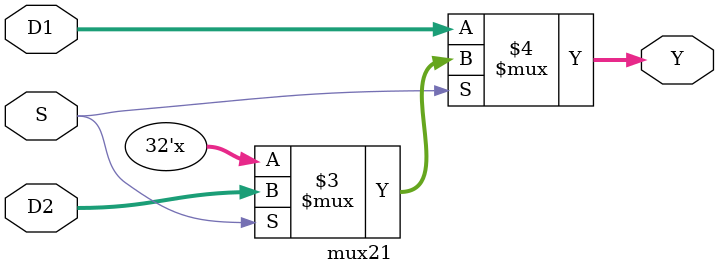
<source format=v>
`timescale 1ns / 1ps


module mux21(
    input S,
    input [31:0] D1,
    input[31:0] D2,
    output [31:0] Y
    );
    assign Y = (S == 1'b0) ? D1:
               (S == 1'b1) ? D2:
               32'bx;
    
endmodule
</source>
